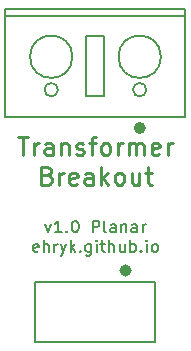
<source format=gbr>
G04 #@! TF.FileFunction,Legend,Top*
%FSLAX46Y46*%
G04 Gerber Fmt 4.6, Leading zero omitted, Abs format (unit mm)*
G04 Created by KiCad (PCBNEW 4.0.4-stable) date 12/11/17 19:55:02*
%MOMM*%
%LPD*%
G01*
G04 APERTURE LIST*
%ADD10C,0.100000*%
%ADD11C,0.500000*%
%ADD12C,0.150000*%
%ADD13C,0.250000*%
G04 APERTURE END LIST*
D10*
D11*
X151334462Y-94932500D02*
G75*
G03X151334462Y-94932500I-260981J0D01*
G01*
X150127962Y-106997500D02*
G75*
G03X150127962Y-106997500I-260981J0D01*
G01*
D12*
X143081904Y-103100714D02*
X143319999Y-103767381D01*
X143558095Y-103100714D01*
X144462857Y-103767381D02*
X143891428Y-103767381D01*
X144177142Y-103767381D02*
X144177142Y-102767381D01*
X144081904Y-102910238D01*
X143986666Y-103005476D01*
X143891428Y-103053095D01*
X144891428Y-103672143D02*
X144939047Y-103719762D01*
X144891428Y-103767381D01*
X144843809Y-103719762D01*
X144891428Y-103672143D01*
X144891428Y-103767381D01*
X145558094Y-102767381D02*
X145653333Y-102767381D01*
X145748571Y-102815000D01*
X145796190Y-102862619D01*
X145843809Y-102957857D01*
X145891428Y-103148333D01*
X145891428Y-103386429D01*
X145843809Y-103576905D01*
X145796190Y-103672143D01*
X145748571Y-103719762D01*
X145653333Y-103767381D01*
X145558094Y-103767381D01*
X145462856Y-103719762D01*
X145415237Y-103672143D01*
X145367618Y-103576905D01*
X145319999Y-103386429D01*
X145319999Y-103148333D01*
X145367618Y-102957857D01*
X145415237Y-102862619D01*
X145462856Y-102815000D01*
X145558094Y-102767381D01*
X147081904Y-103767381D02*
X147081904Y-102767381D01*
X147462857Y-102767381D01*
X147558095Y-102815000D01*
X147605714Y-102862619D01*
X147653333Y-102957857D01*
X147653333Y-103100714D01*
X147605714Y-103195952D01*
X147558095Y-103243571D01*
X147462857Y-103291190D01*
X147081904Y-103291190D01*
X148224761Y-103767381D02*
X148129523Y-103719762D01*
X148081904Y-103624524D01*
X148081904Y-102767381D01*
X149034286Y-103767381D02*
X149034286Y-103243571D01*
X148986667Y-103148333D01*
X148891429Y-103100714D01*
X148700952Y-103100714D01*
X148605714Y-103148333D01*
X149034286Y-103719762D02*
X148939048Y-103767381D01*
X148700952Y-103767381D01*
X148605714Y-103719762D01*
X148558095Y-103624524D01*
X148558095Y-103529286D01*
X148605714Y-103434048D01*
X148700952Y-103386429D01*
X148939048Y-103386429D01*
X149034286Y-103338810D01*
X149510476Y-103100714D02*
X149510476Y-103767381D01*
X149510476Y-103195952D02*
X149558095Y-103148333D01*
X149653333Y-103100714D01*
X149796191Y-103100714D01*
X149891429Y-103148333D01*
X149939048Y-103243571D01*
X149939048Y-103767381D01*
X150843810Y-103767381D02*
X150843810Y-103243571D01*
X150796191Y-103148333D01*
X150700953Y-103100714D01*
X150510476Y-103100714D01*
X150415238Y-103148333D01*
X150843810Y-103719762D02*
X150748572Y-103767381D01*
X150510476Y-103767381D01*
X150415238Y-103719762D01*
X150367619Y-103624524D01*
X150367619Y-103529286D01*
X150415238Y-103434048D01*
X150510476Y-103386429D01*
X150748572Y-103386429D01*
X150843810Y-103338810D01*
X151320000Y-103767381D02*
X151320000Y-103100714D01*
X151320000Y-103291190D02*
X151367619Y-103195952D01*
X151415238Y-103148333D01*
X151510476Y-103100714D01*
X151605715Y-103100714D01*
X142462858Y-105369762D02*
X142367620Y-105417381D01*
X142177143Y-105417381D01*
X142081905Y-105369762D01*
X142034286Y-105274524D01*
X142034286Y-104893571D01*
X142081905Y-104798333D01*
X142177143Y-104750714D01*
X142367620Y-104750714D01*
X142462858Y-104798333D01*
X142510477Y-104893571D01*
X142510477Y-104988810D01*
X142034286Y-105084048D01*
X142939048Y-105417381D02*
X142939048Y-104417381D01*
X143367620Y-105417381D02*
X143367620Y-104893571D01*
X143320001Y-104798333D01*
X143224763Y-104750714D01*
X143081905Y-104750714D01*
X142986667Y-104798333D01*
X142939048Y-104845952D01*
X143843810Y-105417381D02*
X143843810Y-104750714D01*
X143843810Y-104941190D02*
X143891429Y-104845952D01*
X143939048Y-104798333D01*
X144034286Y-104750714D01*
X144129525Y-104750714D01*
X144367620Y-104750714D02*
X144605715Y-105417381D01*
X144843811Y-104750714D02*
X144605715Y-105417381D01*
X144510477Y-105655476D01*
X144462858Y-105703095D01*
X144367620Y-105750714D01*
X145224763Y-105417381D02*
X145224763Y-104417381D01*
X145320001Y-105036429D02*
X145605716Y-105417381D01*
X145605716Y-104750714D02*
X145224763Y-105131667D01*
X146034287Y-105322143D02*
X146081906Y-105369762D01*
X146034287Y-105417381D01*
X145986668Y-105369762D01*
X146034287Y-105322143D01*
X146034287Y-105417381D01*
X146939049Y-104750714D02*
X146939049Y-105560238D01*
X146891430Y-105655476D01*
X146843811Y-105703095D01*
X146748572Y-105750714D01*
X146605715Y-105750714D01*
X146510477Y-105703095D01*
X146939049Y-105369762D02*
X146843811Y-105417381D01*
X146653334Y-105417381D01*
X146558096Y-105369762D01*
X146510477Y-105322143D01*
X146462858Y-105226905D01*
X146462858Y-104941190D01*
X146510477Y-104845952D01*
X146558096Y-104798333D01*
X146653334Y-104750714D01*
X146843811Y-104750714D01*
X146939049Y-104798333D01*
X147415239Y-105417381D02*
X147415239Y-104750714D01*
X147415239Y-104417381D02*
X147367620Y-104465000D01*
X147415239Y-104512619D01*
X147462858Y-104465000D01*
X147415239Y-104417381D01*
X147415239Y-104512619D01*
X147748572Y-104750714D02*
X148129524Y-104750714D01*
X147891429Y-104417381D02*
X147891429Y-105274524D01*
X147939048Y-105369762D01*
X148034286Y-105417381D01*
X148129524Y-105417381D01*
X148462858Y-105417381D02*
X148462858Y-104417381D01*
X148891430Y-105417381D02*
X148891430Y-104893571D01*
X148843811Y-104798333D01*
X148748573Y-104750714D01*
X148605715Y-104750714D01*
X148510477Y-104798333D01*
X148462858Y-104845952D01*
X149796192Y-104750714D02*
X149796192Y-105417381D01*
X149367620Y-104750714D02*
X149367620Y-105274524D01*
X149415239Y-105369762D01*
X149510477Y-105417381D01*
X149653335Y-105417381D01*
X149748573Y-105369762D01*
X149796192Y-105322143D01*
X150272382Y-105417381D02*
X150272382Y-104417381D01*
X150272382Y-104798333D02*
X150367620Y-104750714D01*
X150558097Y-104750714D01*
X150653335Y-104798333D01*
X150700954Y-104845952D01*
X150748573Y-104941190D01*
X150748573Y-105226905D01*
X150700954Y-105322143D01*
X150653335Y-105369762D01*
X150558097Y-105417381D01*
X150367620Y-105417381D01*
X150272382Y-105369762D01*
X151177144Y-105322143D02*
X151224763Y-105369762D01*
X151177144Y-105417381D01*
X151129525Y-105369762D01*
X151177144Y-105322143D01*
X151177144Y-105417381D01*
X151653334Y-105417381D02*
X151653334Y-104750714D01*
X151653334Y-104417381D02*
X151605715Y-104465000D01*
X151653334Y-104512619D01*
X151700953Y-104465000D01*
X151653334Y-104417381D01*
X151653334Y-104512619D01*
X152272381Y-105417381D02*
X152177143Y-105369762D01*
X152129524Y-105322143D01*
X152081905Y-105226905D01*
X152081905Y-104941190D01*
X152129524Y-104845952D01*
X152177143Y-104798333D01*
X152272381Y-104750714D01*
X152415239Y-104750714D01*
X152510477Y-104798333D01*
X152558096Y-104845952D01*
X152605715Y-104941190D01*
X152605715Y-105226905D01*
X152558096Y-105322143D01*
X152510477Y-105369762D01*
X152415239Y-105417381D01*
X152272381Y-105417381D01*
D13*
X140784286Y-95718571D02*
X141641429Y-95718571D01*
X141212858Y-97218571D02*
X141212858Y-95718571D01*
X142141429Y-97218571D02*
X142141429Y-96218571D01*
X142141429Y-96504286D02*
X142212857Y-96361429D01*
X142284286Y-96290000D01*
X142427143Y-96218571D01*
X142570000Y-96218571D01*
X143712857Y-97218571D02*
X143712857Y-96432857D01*
X143641428Y-96290000D01*
X143498571Y-96218571D01*
X143212857Y-96218571D01*
X143070000Y-96290000D01*
X143712857Y-97147143D02*
X143570000Y-97218571D01*
X143212857Y-97218571D01*
X143070000Y-97147143D01*
X142998571Y-97004286D01*
X142998571Y-96861429D01*
X143070000Y-96718571D01*
X143212857Y-96647143D01*
X143570000Y-96647143D01*
X143712857Y-96575714D01*
X144427143Y-96218571D02*
X144427143Y-97218571D01*
X144427143Y-96361429D02*
X144498571Y-96290000D01*
X144641429Y-96218571D01*
X144855714Y-96218571D01*
X144998571Y-96290000D01*
X145070000Y-96432857D01*
X145070000Y-97218571D01*
X145712857Y-97147143D02*
X145855714Y-97218571D01*
X146141429Y-97218571D01*
X146284286Y-97147143D01*
X146355714Y-97004286D01*
X146355714Y-96932857D01*
X146284286Y-96790000D01*
X146141429Y-96718571D01*
X145927143Y-96718571D01*
X145784286Y-96647143D01*
X145712857Y-96504286D01*
X145712857Y-96432857D01*
X145784286Y-96290000D01*
X145927143Y-96218571D01*
X146141429Y-96218571D01*
X146284286Y-96290000D01*
X146784286Y-96218571D02*
X147355715Y-96218571D01*
X146998572Y-97218571D02*
X146998572Y-95932857D01*
X147070000Y-95790000D01*
X147212858Y-95718571D01*
X147355715Y-95718571D01*
X148070001Y-97218571D02*
X147927143Y-97147143D01*
X147855715Y-97075714D01*
X147784286Y-96932857D01*
X147784286Y-96504286D01*
X147855715Y-96361429D01*
X147927143Y-96290000D01*
X148070001Y-96218571D01*
X148284286Y-96218571D01*
X148427143Y-96290000D01*
X148498572Y-96361429D01*
X148570001Y-96504286D01*
X148570001Y-96932857D01*
X148498572Y-97075714D01*
X148427143Y-97147143D01*
X148284286Y-97218571D01*
X148070001Y-97218571D01*
X149212858Y-97218571D02*
X149212858Y-96218571D01*
X149212858Y-96504286D02*
X149284286Y-96361429D01*
X149355715Y-96290000D01*
X149498572Y-96218571D01*
X149641429Y-96218571D01*
X150141429Y-97218571D02*
X150141429Y-96218571D01*
X150141429Y-96361429D02*
X150212857Y-96290000D01*
X150355715Y-96218571D01*
X150570000Y-96218571D01*
X150712857Y-96290000D01*
X150784286Y-96432857D01*
X150784286Y-97218571D01*
X150784286Y-96432857D02*
X150855715Y-96290000D01*
X150998572Y-96218571D01*
X151212857Y-96218571D01*
X151355715Y-96290000D01*
X151427143Y-96432857D01*
X151427143Y-97218571D01*
X152712857Y-97147143D02*
X152570000Y-97218571D01*
X152284286Y-97218571D01*
X152141429Y-97147143D01*
X152070000Y-97004286D01*
X152070000Y-96432857D01*
X152141429Y-96290000D01*
X152284286Y-96218571D01*
X152570000Y-96218571D01*
X152712857Y-96290000D01*
X152784286Y-96432857D01*
X152784286Y-96575714D01*
X152070000Y-96718571D01*
X153427143Y-97218571D02*
X153427143Y-96218571D01*
X153427143Y-96504286D02*
X153498571Y-96361429D01*
X153570000Y-96290000D01*
X153712857Y-96218571D01*
X153855714Y-96218571D01*
X143248572Y-98932857D02*
X143462858Y-99004286D01*
X143534286Y-99075714D01*
X143605715Y-99218571D01*
X143605715Y-99432857D01*
X143534286Y-99575714D01*
X143462858Y-99647143D01*
X143320000Y-99718571D01*
X142748572Y-99718571D01*
X142748572Y-98218571D01*
X143248572Y-98218571D01*
X143391429Y-98290000D01*
X143462858Y-98361429D01*
X143534286Y-98504286D01*
X143534286Y-98647143D01*
X143462858Y-98790000D01*
X143391429Y-98861429D01*
X143248572Y-98932857D01*
X142748572Y-98932857D01*
X144248572Y-99718571D02*
X144248572Y-98718571D01*
X144248572Y-99004286D02*
X144320000Y-98861429D01*
X144391429Y-98790000D01*
X144534286Y-98718571D01*
X144677143Y-98718571D01*
X145748571Y-99647143D02*
X145605714Y-99718571D01*
X145320000Y-99718571D01*
X145177143Y-99647143D01*
X145105714Y-99504286D01*
X145105714Y-98932857D01*
X145177143Y-98790000D01*
X145320000Y-98718571D01*
X145605714Y-98718571D01*
X145748571Y-98790000D01*
X145820000Y-98932857D01*
X145820000Y-99075714D01*
X145105714Y-99218571D01*
X147105714Y-99718571D02*
X147105714Y-98932857D01*
X147034285Y-98790000D01*
X146891428Y-98718571D01*
X146605714Y-98718571D01*
X146462857Y-98790000D01*
X147105714Y-99647143D02*
X146962857Y-99718571D01*
X146605714Y-99718571D01*
X146462857Y-99647143D01*
X146391428Y-99504286D01*
X146391428Y-99361429D01*
X146462857Y-99218571D01*
X146605714Y-99147143D01*
X146962857Y-99147143D01*
X147105714Y-99075714D01*
X147820000Y-99718571D02*
X147820000Y-98218571D01*
X147962857Y-99147143D02*
X148391428Y-99718571D01*
X148391428Y-98718571D02*
X147820000Y-99290000D01*
X149248572Y-99718571D02*
X149105714Y-99647143D01*
X149034286Y-99575714D01*
X148962857Y-99432857D01*
X148962857Y-99004286D01*
X149034286Y-98861429D01*
X149105714Y-98790000D01*
X149248572Y-98718571D01*
X149462857Y-98718571D01*
X149605714Y-98790000D01*
X149677143Y-98861429D01*
X149748572Y-99004286D01*
X149748572Y-99432857D01*
X149677143Y-99575714D01*
X149605714Y-99647143D01*
X149462857Y-99718571D01*
X149248572Y-99718571D01*
X151034286Y-98718571D02*
X151034286Y-99718571D01*
X150391429Y-98718571D02*
X150391429Y-99504286D01*
X150462857Y-99647143D01*
X150605715Y-99718571D01*
X150820000Y-99718571D01*
X150962857Y-99647143D01*
X151034286Y-99575714D01*
X151534286Y-98718571D02*
X152105715Y-98718571D01*
X151748572Y-98218571D02*
X151748572Y-99504286D01*
X151820000Y-99647143D01*
X151962858Y-99718571D01*
X152105715Y-99718571D01*
D12*
X152400000Y-113030000D02*
X142240000Y-113030000D01*
X142240000Y-113030000D02*
X142240000Y-107950000D01*
X142240000Y-107950000D02*
X152400000Y-107950000D01*
X152400000Y-107950000D02*
X152400000Y-113030000D01*
X154940000Y-93726000D02*
X154940000Y-93980000D01*
X139700000Y-93726000D02*
X139700000Y-93980000D01*
X139700000Y-85471000D02*
X154940000Y-85471000D01*
X154940000Y-84836000D02*
X139700000Y-84836000D01*
X139700000Y-84836000D02*
X139700000Y-93726000D01*
X139700000Y-93980000D02*
X154940000Y-93980000D01*
X154940000Y-93726000D02*
X154940000Y-84836000D01*
X146558000Y-87122000D02*
X148082000Y-87122000D01*
X148082000Y-87122000D02*
X148082000Y-92202000D01*
X148082000Y-92202000D02*
X146558000Y-92202000D01*
X146558000Y-92202000D02*
X146558000Y-87122000D01*
X151634461Y-91694000D02*
G75*
G03X151634461Y-91694000I-567961J0D01*
G01*
X144141461Y-91694000D02*
G75*
G03X144141461Y-91694000I-567961J0D01*
G01*
X145369551Y-88900000D02*
G75*
G03X145369551Y-88900000I-1796051J0D01*
G01*
X152862551Y-88900000D02*
G75*
G03X152862551Y-88900000I-1796051J0D01*
G01*
M02*

</source>
